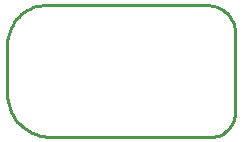
<source format=gbr>
G04 EAGLE Gerber RS-274X export*
G75*
%MOMM*%
%FSLAX34Y34*%
%LPD*%
%IN*%
%IPPOS*%
%AMOC8*
5,1,8,0,0,1.08239X$1,22.5*%
G01*
%ADD10C,0.254000*%


D10*
X172720Y233680D02*
X172860Y230470D01*
X173280Y227285D01*
X173975Y224148D01*
X174941Y221083D01*
X176171Y218115D01*
X177654Y215265D01*
X179381Y212555D01*
X181337Y210006D01*
X183507Y207637D01*
X185876Y205467D01*
X188425Y203511D01*
X191135Y201784D01*
X193985Y200301D01*
X196953Y199071D01*
X200018Y198105D01*
X203155Y197410D01*
X206340Y196990D01*
X209550Y196850D01*
X344170Y196850D01*
X346052Y196932D01*
X347919Y197178D01*
X349758Y197586D01*
X351554Y198152D01*
X353294Y198873D01*
X354965Y199743D01*
X356554Y200755D01*
X358048Y201901D01*
X359436Y203174D01*
X360709Y204562D01*
X361856Y206057D01*
X362868Y207645D01*
X363737Y209316D01*
X364458Y211056D01*
X365024Y212852D01*
X365432Y214691D01*
X365678Y216558D01*
X365760Y218440D01*
X365760Y284480D01*
X365668Y286583D01*
X365393Y288670D01*
X364938Y290725D01*
X364305Y292733D01*
X363499Y294678D01*
X362527Y296545D01*
X361396Y298320D01*
X360115Y299990D01*
X358693Y301543D01*
X357140Y302965D01*
X355470Y304246D01*
X353695Y305377D01*
X351828Y306349D01*
X349883Y307155D01*
X347875Y307788D01*
X345820Y308243D01*
X343733Y308518D01*
X341630Y308610D01*
X205740Y308610D01*
X202862Y308484D01*
X200006Y308108D01*
X197194Y307485D01*
X194447Y306619D01*
X191785Y305516D01*
X189230Y304186D01*
X186801Y302638D01*
X184515Y300885D01*
X182391Y298939D01*
X180445Y296815D01*
X178692Y294530D01*
X177144Y292100D01*
X175814Y289545D01*
X174711Y286884D01*
X173845Y284136D01*
X173222Y281324D01*
X172846Y278468D01*
X172720Y275590D01*
X172720Y233680D01*
M02*

</source>
